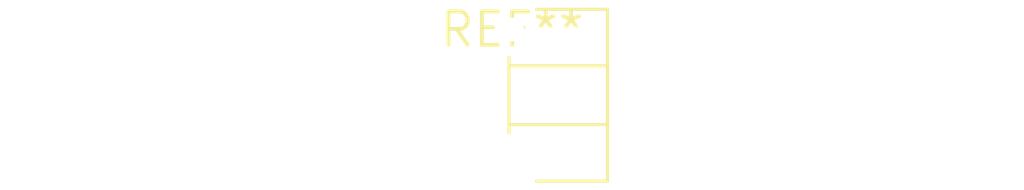
<source format=kicad_pcb>
(kicad_pcb (version 20240108) (generator pcbnew)
  (layers (0 "F.Cu" signal) (31 "B.Cu" signal) (34 "B.Paste" user) (35 "F.Paste" user) (36 "B.SilkS" user "B.Silkscreen") (37 "F.SilkS" user "F.Silkscreen") (38 "B.Mask" user) (39 "F.Mask" user) (44 "Edge.Cuts" user))
  (net 0 "")
  (footprint "Potentiometer_Piher_PT-6-H_Horizontal" (layer "F.Cu") (at 0 0)
    (property "Reference" "REF**")
    (property "Value" "Potentiometer_Piher_PT-6-H_Horizontal")
    (fp_line (start -0.121 1.066) (end -0.121 3.935) (layer "F.SilkS") (stroke (width 0.12)))
    (fp_line (start -0.121 1.38) (end -0.121 3.62) (layer "F.SilkS") (stroke (width 0.12)))
    (fp_line (start -0.121 1.38) (end 3.62 1.38) (layer "F.SilkS") (stroke (width 0.12)))
    (fp_line (start -0.121 3.62) (end 3.62 3.62) (layer "F.SilkS") (stroke (width 0.12)))
    (fp_line (start 0.925 -0.77) (end 3.62 -0.77) (layer "F.SilkS") (stroke (width 0.12)))
    (fp_line (start 0.925 5.77) (end 3.62 5.77) (layer "F.SilkS") (stroke (width 0.12)))
    (fp_line (start 3.62 -0.77) (end 3.62 5.77) (layer "F.SilkS") (stroke (width 0.12)))
    (fp_line (start 3.62 1.38) (end 3.62 3.62) (layer "F.SilkS") (stroke (width 0.12)))
    (pad "1" thru_hole circle (at 0 0) (size 1.62 1.62) (drill 0.9) (layers *.Cu *.Mask) (remove_unused_layers))
    (pad "2" thru_hole circle (at 2.5 2.5) (size 1.62 1.62) (drill 0.9) (layers *.Cu *.Mask) (remove_unused_layers))
    (pad "3" thru_hole circle (at 0 5) (size 1.62 1.62) (drill 0.9) (layers *.Cu *.Mask) (remove_unused_layers))
  )
)
</source>
